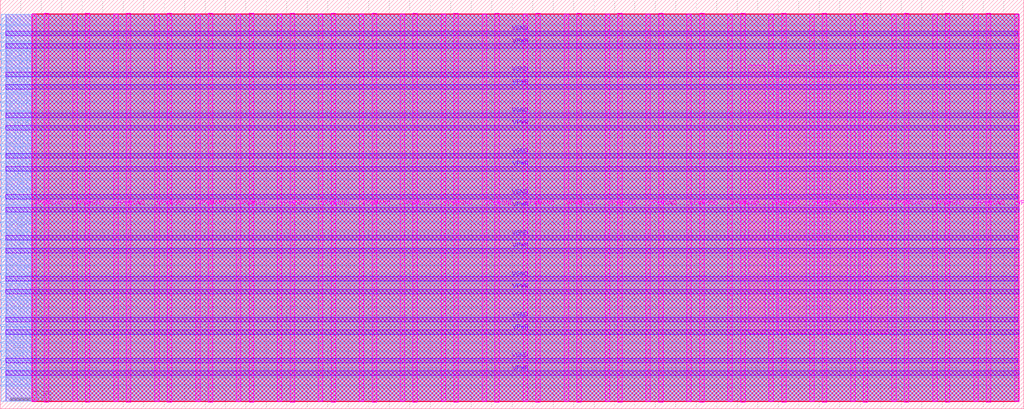
<source format=lef>
VERSION 5.7 ;
  NOWIREEXTENSIONATPIN ON ;
  DIVIDERCHAR "/" ;
  BUSBITCHARS "[]" ;
MACRO heichips25_pudding
  CLASS BLOCK ;
  FOREIGN heichips25_pudding ;
  ORIGIN 0.000 0.000 ;
  SIZE 500.000 BY 200.000 ;
  PIN VGND
    DIRECTION INOUT ;
    USE GROUND ;
    PORT
      LAYER TopMetal1 ;
        RECT 21.580 3.150 23.780 193.410 ;
    END
    PORT
      LAYER TopMetal1 ;
        RECT 41.580 3.150 43.780 193.410 ;
    END
    PORT
      LAYER TopMetal1 ;
        RECT 61.580 3.150 63.780 193.410 ;
    END
    PORT
      LAYER TopMetal1 ;
        RECT 81.580 3.150 83.780 193.410 ;
    END
    PORT
      LAYER TopMetal1 ;
        RECT 101.580 3.150 103.780 193.410 ;
    END
    PORT
      LAYER TopMetal1 ;
        RECT 121.580 3.150 123.780 193.410 ;
    END
    PORT
      LAYER TopMetal1 ;
        RECT 141.580 3.150 143.780 193.410 ;
    END
    PORT
      LAYER TopMetal1 ;
        RECT 161.580 3.150 163.780 193.410 ;
    END
    PORT
      LAYER TopMetal1 ;
        RECT 181.580 3.150 183.780 193.410 ;
    END
    PORT
      LAYER TopMetal1 ;
        RECT 201.580 3.150 203.780 193.410 ;
    END
    PORT
      LAYER TopMetal1 ;
        RECT 221.580 3.150 223.780 193.410 ;
    END
    PORT
      LAYER TopMetal1 ;
        RECT 241.580 3.150 243.780 193.410 ;
    END
    PORT
      LAYER TopMetal1 ;
        RECT 261.580 3.150 263.780 193.410 ;
    END
    PORT
      LAYER TopMetal1 ;
        RECT 281.580 3.150 283.780 193.410 ;
    END
    PORT
      LAYER TopMetal1 ;
        RECT 301.580 3.150 303.780 193.410 ;
    END
    PORT
      LAYER TopMetal1 ;
        RECT 321.580 3.150 323.780 193.410 ;
    END
    PORT
      LAYER TopMetal1 ;
        RECT 341.580 3.150 343.780 193.410 ;
    END
    PORT
      LAYER TopMetal1 ;
        RECT 361.580 3.150 363.780 193.410 ;
    END
    PORT
      LAYER TopMetal1 ;
        RECT 381.580 3.150 383.780 193.410 ;
    END
    PORT
      LAYER TopMetal1 ;
        RECT 401.580 3.150 403.780 193.410 ;
    END
    PORT
      LAYER TopMetal1 ;
        RECT 421.580 3.150 423.780 193.410 ;
    END
    PORT
      LAYER TopMetal1 ;
        RECT 441.580 3.150 443.780 193.410 ;
    END
    PORT
      LAYER TopMetal1 ;
        RECT 461.580 3.150 463.780 193.410 ;
    END
    PORT
      LAYER TopMetal1 ;
        RECT 481.580 3.150 483.780 193.410 ;
    END
    PORT
      LAYER TopMetal2 ;
        RECT 2.660 22.480 497.020 24.680 ;
    END
    PORT
      LAYER TopMetal2 ;
        RECT 2.660 42.480 497.020 44.680 ;
    END
    PORT
      LAYER TopMetal2 ;
        RECT 2.660 62.480 497.020 64.680 ;
    END
    PORT
      LAYER TopMetal2 ;
        RECT 2.660 82.480 497.020 84.680 ;
    END
    PORT
      LAYER TopMetal2 ;
        RECT 2.660 102.480 497.020 104.680 ;
    END
    PORT
      LAYER TopMetal2 ;
        RECT 2.660 122.480 497.020 124.680 ;
    END
    PORT
      LAYER TopMetal2 ;
        RECT 2.660 142.480 497.020 144.680 ;
    END
    PORT
      LAYER TopMetal2 ;
        RECT 2.660 162.480 497.020 164.680 ;
    END
    PORT
      LAYER TopMetal2 ;
        RECT 2.660 182.480 497.020 184.680 ;
    END
  END VGND
  PIN VPWR
    DIRECTION INOUT ;
    USE POWER ;
    PORT
      LAYER TopMetal1 ;
        RECT 15.380 3.560 17.580 193.000 ;
    END
    PORT
      LAYER TopMetal1 ;
        RECT 35.380 3.560 37.580 193.000 ;
    END
    PORT
      LAYER TopMetal1 ;
        RECT 55.380 3.560 57.580 193.000 ;
    END
    PORT
      LAYER TopMetal1 ;
        RECT 75.380 3.560 77.580 193.000 ;
    END
    PORT
      LAYER TopMetal1 ;
        RECT 95.380 3.560 97.580 193.000 ;
    END
    PORT
      LAYER TopMetal1 ;
        RECT 115.380 3.560 117.580 193.000 ;
    END
    PORT
      LAYER TopMetal1 ;
        RECT 135.380 3.560 137.580 193.000 ;
    END
    PORT
      LAYER TopMetal1 ;
        RECT 155.380 3.560 157.580 193.000 ;
    END
    PORT
      LAYER TopMetal1 ;
        RECT 175.380 3.560 177.580 193.000 ;
    END
    PORT
      LAYER TopMetal1 ;
        RECT 195.380 3.560 197.580 193.000 ;
    END
    PORT
      LAYER TopMetal1 ;
        RECT 215.380 3.560 217.580 193.000 ;
    END
    PORT
      LAYER TopMetal1 ;
        RECT 235.380 3.560 237.580 193.000 ;
    END
    PORT
      LAYER TopMetal1 ;
        RECT 255.380 3.560 257.580 193.000 ;
    END
    PORT
      LAYER TopMetal1 ;
        RECT 275.380 3.560 277.580 193.000 ;
    END
    PORT
      LAYER TopMetal1 ;
        RECT 295.380 3.560 297.580 193.000 ;
    END
    PORT
      LAYER TopMetal1 ;
        RECT 315.380 3.560 317.580 193.000 ;
    END
    PORT
      LAYER TopMetal1 ;
        RECT 335.380 3.560 337.580 193.000 ;
    END
    PORT
      LAYER TopMetal1 ;
        RECT 355.380 3.560 357.580 193.000 ;
    END
    PORT
      LAYER TopMetal1 ;
        RECT 375.380 3.560 377.580 193.000 ;
    END
    PORT
      LAYER TopMetal1 ;
        RECT 395.380 3.560 397.580 193.000 ;
    END
    PORT
      LAYER TopMetal1 ;
        RECT 415.380 3.560 417.580 193.000 ;
    END
    PORT
      LAYER TopMetal1 ;
        RECT 435.380 3.560 437.580 193.000 ;
    END
    PORT
      LAYER TopMetal1 ;
        RECT 455.380 3.560 457.580 193.000 ;
    END
    PORT
      LAYER TopMetal1 ;
        RECT 475.380 3.560 477.580 193.000 ;
    END
    PORT
      LAYER TopMetal1 ;
        RECT 495.380 3.560 497.580 193.000 ;
    END
    PORT
      LAYER TopMetal2 ;
        RECT 2.660 16.280 497.580 18.480 ;
    END
    PORT
      LAYER TopMetal2 ;
        RECT 2.660 36.280 497.580 38.480 ;
    END
    PORT
      LAYER TopMetal2 ;
        RECT 2.660 56.280 497.580 58.480 ;
    END
    PORT
      LAYER TopMetal2 ;
        RECT 2.660 76.280 497.580 78.480 ;
    END
    PORT
      LAYER TopMetal2 ;
        RECT 2.660 96.280 497.580 98.480 ;
    END
    PORT
      LAYER TopMetal2 ;
        RECT 2.660 116.280 497.580 118.480 ;
    END
    PORT
      LAYER TopMetal2 ;
        RECT 2.660 136.280 497.580 138.480 ;
    END
    PORT
      LAYER TopMetal2 ;
        RECT 2.660 156.280 497.580 158.480 ;
    END
    PORT
      LAYER TopMetal2 ;
        RECT 2.660 176.280 497.580 178.480 ;
    END
  END VPWR
  PIN clk
    DIRECTION INPUT ;
    USE SIGNAL ;
    PORT
      LAYER Metal3 ;
        RECT 0.000 183.340 0.400 183.740 ;
    END
  END clk
  PIN ena
    DIRECTION INPUT ;
    USE SIGNAL ;
    PORT
      LAYER Metal3 ;
        RECT 0.000 179.140 0.400 179.540 ;
    END
  END ena
  PIN rst_n
    DIRECTION INPUT ;
    USE SIGNAL ;
    PORT
      LAYER Metal3 ;
        RECT 0.000 187.540 0.400 187.940 ;
    END
  END rst_n
  PIN ui_in[0]
    DIRECTION INPUT ;
    USE SIGNAL ;
    ANTENNAGATEAREA 0.213200 ;
    PORT
      LAYER Metal3 ;
        RECT 0.000 111.940 0.400 112.340 ;
    END
  END ui_in[0]
  PIN ui_in[1]
    DIRECTION INPUT ;
    USE SIGNAL ;
    ANTENNAGATEAREA 0.213200 ;
    PORT
      LAYER Metal3 ;
        RECT 0.000 116.140 0.400 116.540 ;
    END
  END ui_in[1]
  PIN ui_in[2]
    DIRECTION INPUT ;
    USE SIGNAL ;
    ANTENNAGATEAREA 0.213200 ;
    PORT
      LAYER Metal3 ;
        RECT 0.000 120.340 0.400 120.740 ;
    END
  END ui_in[2]
  PIN ui_in[3]
    DIRECTION INPUT ;
    USE SIGNAL ;
    ANTENNAGATEAREA 0.213200 ;
    PORT
      LAYER Metal3 ;
        RECT 0.000 124.540 0.400 124.940 ;
    END
  END ui_in[3]
  PIN ui_in[4]
    DIRECTION INPUT ;
    USE SIGNAL ;
    PORT
      LAYER Metal3 ;
        RECT 0.000 128.740 0.400 129.140 ;
    END
  END ui_in[4]
  PIN ui_in[5]
    DIRECTION INPUT ;
    USE SIGNAL ;
    PORT
      LAYER Metal3 ;
        RECT 0.000 132.940 0.400 133.340 ;
    END
  END ui_in[5]
  PIN ui_in[6]
    DIRECTION INPUT ;
    USE SIGNAL ;
    PORT
      LAYER Metal3 ;
        RECT 0.000 137.140 0.400 137.540 ;
    END
  END ui_in[6]
  PIN ui_in[7]
    DIRECTION INPUT ;
    USE SIGNAL ;
    PORT
      LAYER Metal3 ;
        RECT 0.000 141.340 0.400 141.740 ;
    END
  END ui_in[7]
  PIN uio_in[0]
    DIRECTION INPUT ;
    USE SIGNAL ;
    PORT
      LAYER Metal3 ;
        RECT 0.000 145.540 0.400 145.940 ;
    END
  END uio_in[0]
  PIN uio_in[1]
    DIRECTION INPUT ;
    USE SIGNAL ;
    PORT
      LAYER Metal3 ;
        RECT 0.000 149.740 0.400 150.140 ;
    END
  END uio_in[1]
  PIN uio_in[2]
    DIRECTION INPUT ;
    USE SIGNAL ;
    PORT
      LAYER Metal3 ;
        RECT 0.000 153.940 0.400 154.340 ;
    END
  END uio_in[2]
  PIN uio_in[3]
    DIRECTION INPUT ;
    USE SIGNAL ;
    PORT
      LAYER Metal3 ;
        RECT 0.000 158.140 0.400 158.540 ;
    END
  END uio_in[3]
  PIN uio_in[4]
    DIRECTION INPUT ;
    USE SIGNAL ;
    PORT
      LAYER Metal3 ;
        RECT 0.000 162.340 0.400 162.740 ;
    END
  END uio_in[4]
  PIN uio_in[5]
    DIRECTION INPUT ;
    USE SIGNAL ;
    PORT
      LAYER Metal3 ;
        RECT 0.000 166.540 0.400 166.940 ;
    END
  END uio_in[5]
  PIN uio_in[6]
    DIRECTION INPUT ;
    USE SIGNAL ;
    PORT
      LAYER Metal3 ;
        RECT 0.000 170.740 0.400 171.140 ;
    END
  END uio_in[6]
  PIN uio_in[7]
    DIRECTION INPUT ;
    USE SIGNAL ;
    PORT
      LAYER Metal3 ;
        RECT 0.000 174.940 0.400 175.340 ;
    END
  END uio_in[7]
  PIN uio_oe[0]
    DIRECTION OUTPUT ;
    USE SIGNAL ;
    ANTENNADIFFAREA 0.392700 ;
    PORT
      LAYER Metal3 ;
        RECT 0.000 78.340 0.400 78.740 ;
    END
  END uio_oe[0]
  PIN uio_oe[1]
    DIRECTION OUTPUT ;
    USE SIGNAL ;
    ANTENNADIFFAREA 0.392700 ;
    PORT
      LAYER Metal3 ;
        RECT 0.000 82.540 0.400 82.940 ;
    END
  END uio_oe[1]
  PIN uio_oe[2]
    DIRECTION OUTPUT ;
    USE SIGNAL ;
    ANTENNADIFFAREA 0.392700 ;
    PORT
      LAYER Metal3 ;
        RECT 0.000 86.740 0.400 87.140 ;
    END
  END uio_oe[2]
  PIN uio_oe[3]
    DIRECTION OUTPUT ;
    USE SIGNAL ;
    ANTENNADIFFAREA 0.392700 ;
    PORT
      LAYER Metal3 ;
        RECT 0.000 90.940 0.400 91.340 ;
    END
  END uio_oe[3]
  PIN uio_oe[4]
    DIRECTION OUTPUT ;
    USE SIGNAL ;
    ANTENNADIFFAREA 0.392700 ;
    PORT
      LAYER Metal3 ;
        RECT 0.000 95.140 0.400 95.540 ;
    END
  END uio_oe[4]
  PIN uio_oe[5]
    DIRECTION OUTPUT ;
    USE SIGNAL ;
    ANTENNADIFFAREA 0.392700 ;
    PORT
      LAYER Metal3 ;
        RECT 0.000 99.340 0.400 99.740 ;
    END
  END uio_oe[5]
  PIN uio_oe[6]
    DIRECTION OUTPUT ;
    USE SIGNAL ;
    ANTENNADIFFAREA 0.392700 ;
    PORT
      LAYER Metal3 ;
        RECT 0.000 103.540 0.400 103.940 ;
    END
  END uio_oe[6]
  PIN uio_oe[7]
    DIRECTION OUTPUT ;
    USE SIGNAL ;
    ANTENNADIFFAREA 0.392700 ;
    PORT
      LAYER Metal3 ;
        RECT 0.000 107.740 0.400 108.140 ;
    END
  END uio_oe[7]
  PIN uio_out[0]
    DIRECTION OUTPUT ;
    USE SIGNAL ;
    ANTENNADIFFAREA 0.708600 ;
    PORT
      LAYER Metal3 ;
        RECT 0.000 44.740 0.400 45.140 ;
    END
  END uio_out[0]
  PIN uio_out[1]
    DIRECTION OUTPUT ;
    USE SIGNAL ;
    ANTENNADIFFAREA 0.708600 ;
    PORT
      LAYER Metal3 ;
        RECT 0.000 48.940 0.400 49.340 ;
    END
  END uio_out[1]
  PIN uio_out[2]
    DIRECTION OUTPUT ;
    USE SIGNAL ;
    ANTENNADIFFAREA 0.708600 ;
    PORT
      LAYER Metal3 ;
        RECT 0.000 53.140 0.400 53.540 ;
    END
  END uio_out[2]
  PIN uio_out[3]
    DIRECTION OUTPUT ;
    USE SIGNAL ;
    ANTENNADIFFAREA 0.708600 ;
    PORT
      LAYER Metal3 ;
        RECT 0.000 57.340 0.400 57.740 ;
    END
  END uio_out[3]
  PIN uio_out[4]
    DIRECTION OUTPUT ;
    USE SIGNAL ;
    ANTENNADIFFAREA 0.708600 ;
    PORT
      LAYER Metal3 ;
        RECT 0.000 61.540 0.400 61.940 ;
    END
  END uio_out[4]
  PIN uio_out[5]
    DIRECTION OUTPUT ;
    USE SIGNAL ;
    ANTENNADIFFAREA 0.708600 ;
    PORT
      LAYER Metal3 ;
        RECT 0.000 65.740 0.400 66.140 ;
    END
  END uio_out[5]
  PIN uio_out[6]
    DIRECTION OUTPUT ;
    USE SIGNAL ;
    ANTENNADIFFAREA 0.708600 ;
    PORT
      LAYER Metal3 ;
        RECT 0.000 69.940 0.400 70.340 ;
    END
  END uio_out[6]
  PIN uio_out[7]
    DIRECTION OUTPUT ;
    USE SIGNAL ;
    ANTENNADIFFAREA 0.708600 ;
    PORT
      LAYER Metal3 ;
        RECT 0.000 74.140 0.400 74.540 ;
    END
  END uio_out[7]
  PIN uo_out[0]
    DIRECTION OUTPUT ;
    USE SIGNAL ;
    ANTENNADIFFAREA 0.708600 ;
    PORT
      LAYER Metal3 ;
        RECT 0.000 11.140 0.400 11.540 ;
    END
  END uo_out[0]
  PIN uo_out[1]
    DIRECTION OUTPUT ;
    USE SIGNAL ;
    ANTENNADIFFAREA 0.708600 ;
    PORT
      LAYER Metal3 ;
        RECT 0.000 15.340 0.400 15.740 ;
    END
  END uo_out[1]
  PIN uo_out[2]
    DIRECTION OUTPUT ;
    USE SIGNAL ;
    ANTENNADIFFAREA 0.708600 ;
    PORT
      LAYER Metal3 ;
        RECT 0.000 19.540 0.400 19.940 ;
    END
  END uo_out[2]
  PIN uo_out[3]
    DIRECTION OUTPUT ;
    USE SIGNAL ;
    ANTENNADIFFAREA 0.708600 ;
    PORT
      LAYER Metal3 ;
        RECT 0.000 23.740 0.400 24.140 ;
    END
  END uo_out[3]
  PIN uo_out[4]
    DIRECTION OUTPUT ;
    USE SIGNAL ;
    ANTENNADIFFAREA 0.708600 ;
    PORT
      LAYER Metal3 ;
        RECT 0.000 27.940 0.400 28.340 ;
    END
  END uo_out[4]
  PIN uo_out[5]
    DIRECTION OUTPUT ;
    USE SIGNAL ;
    ANTENNADIFFAREA 0.708600 ;
    PORT
      LAYER Metal3 ;
        RECT 0.000 32.140 0.400 32.540 ;
    END
  END uo_out[5]
  PIN uo_out[6]
    DIRECTION OUTPUT ;
    USE SIGNAL ;
    ANTENNADIFFAREA 0.708600 ;
    PORT
      LAYER Metal3 ;
        RECT 0.000 36.340 0.400 36.740 ;
    END
  END uo_out[6]
  PIN uo_out[7]
    DIRECTION OUTPUT ;
    USE SIGNAL ;
    ANTENNADIFFAREA 0.708600 ;
    PORT
      LAYER Metal3 ;
        RECT 0.000 40.540 0.400 40.940 ;
    END
  END uo_out[7]
  OBS
      LAYER GatPoly ;
        RECT 2.880 3.630 496.800 192.930 ;
      LAYER Metal1 ;
        RECT 2.880 3.560 497.580 193.000 ;
      LAYER Metal2 ;
        RECT 2.775 3.635 497.400 192.925 ;
      LAYER Metal3 ;
        RECT 0.400 188.150 497.445 192.880 ;
        RECT 0.610 187.330 497.445 188.150 ;
        RECT 0.400 183.950 497.445 187.330 ;
        RECT 0.610 183.130 497.445 183.950 ;
        RECT 0.400 179.750 497.445 183.130 ;
        RECT 0.610 178.930 497.445 179.750 ;
        RECT 0.400 175.550 497.445 178.930 ;
        RECT 0.610 174.730 497.445 175.550 ;
        RECT 0.400 171.350 497.445 174.730 ;
        RECT 0.610 170.530 497.445 171.350 ;
        RECT 0.400 167.150 497.445 170.530 ;
        RECT 0.610 166.330 497.445 167.150 ;
        RECT 0.400 162.950 497.445 166.330 ;
        RECT 0.610 162.130 497.445 162.950 ;
        RECT 0.400 158.750 497.445 162.130 ;
        RECT 0.610 157.930 497.445 158.750 ;
        RECT 0.400 154.550 497.445 157.930 ;
        RECT 0.610 153.730 497.445 154.550 ;
        RECT 0.400 150.350 497.445 153.730 ;
        RECT 0.610 149.530 497.445 150.350 ;
        RECT 0.400 146.150 497.445 149.530 ;
        RECT 0.610 145.330 497.445 146.150 ;
        RECT 0.400 141.950 497.445 145.330 ;
        RECT 0.610 141.130 497.445 141.950 ;
        RECT 0.400 137.750 497.445 141.130 ;
        RECT 0.610 136.930 497.445 137.750 ;
        RECT 0.400 133.550 497.445 136.930 ;
        RECT 0.610 132.730 497.445 133.550 ;
        RECT 0.400 129.350 497.445 132.730 ;
        RECT 0.610 128.530 497.445 129.350 ;
        RECT 0.400 125.150 497.445 128.530 ;
        RECT 0.610 124.330 497.445 125.150 ;
        RECT 0.400 120.950 497.445 124.330 ;
        RECT 0.610 120.130 497.445 120.950 ;
        RECT 0.400 116.750 497.445 120.130 ;
        RECT 0.610 115.930 497.445 116.750 ;
        RECT 0.400 112.550 497.445 115.930 ;
        RECT 0.610 111.730 497.445 112.550 ;
        RECT 0.400 108.350 497.445 111.730 ;
        RECT 0.610 107.530 497.445 108.350 ;
        RECT 0.400 104.150 497.445 107.530 ;
        RECT 0.610 103.330 497.445 104.150 ;
        RECT 0.400 99.950 497.445 103.330 ;
        RECT 0.610 99.130 497.445 99.950 ;
        RECT 0.400 95.750 497.445 99.130 ;
        RECT 0.610 94.930 497.445 95.750 ;
        RECT 0.400 91.550 497.445 94.930 ;
        RECT 0.610 90.730 497.445 91.550 ;
        RECT 0.400 87.350 497.445 90.730 ;
        RECT 0.610 86.530 497.445 87.350 ;
        RECT 0.400 83.150 497.445 86.530 ;
        RECT 0.610 82.330 497.445 83.150 ;
        RECT 0.400 78.950 497.445 82.330 ;
        RECT 0.610 78.130 497.445 78.950 ;
        RECT 0.400 74.750 497.445 78.130 ;
        RECT 0.610 73.930 497.445 74.750 ;
        RECT 0.400 70.550 497.445 73.930 ;
        RECT 0.610 69.730 497.445 70.550 ;
        RECT 0.400 66.350 497.445 69.730 ;
        RECT 0.610 65.530 497.445 66.350 ;
        RECT 0.400 62.150 497.445 65.530 ;
        RECT 0.610 61.330 497.445 62.150 ;
        RECT 0.400 57.950 497.445 61.330 ;
        RECT 0.610 57.130 497.445 57.950 ;
        RECT 0.400 53.750 497.445 57.130 ;
        RECT 0.610 52.930 497.445 53.750 ;
        RECT 0.400 49.550 497.445 52.930 ;
        RECT 0.610 48.730 497.445 49.550 ;
        RECT 0.400 45.350 497.445 48.730 ;
        RECT 0.610 44.530 497.445 45.350 ;
        RECT 0.400 41.150 497.445 44.530 ;
        RECT 0.610 40.330 497.445 41.150 ;
        RECT 0.400 36.950 497.445 40.330 ;
        RECT 0.610 36.130 497.445 36.950 ;
        RECT 0.400 32.750 497.445 36.130 ;
        RECT 0.610 31.930 497.445 32.750 ;
        RECT 0.400 28.550 497.445 31.930 ;
        RECT 0.610 27.730 497.445 28.550 ;
        RECT 0.400 24.350 497.445 27.730 ;
        RECT 0.610 23.530 497.445 24.350 ;
        RECT 0.400 20.150 497.445 23.530 ;
        RECT 0.610 19.330 497.445 20.150 ;
        RECT 0.400 15.950 497.445 19.330 ;
        RECT 0.610 15.130 497.445 15.950 ;
        RECT 0.400 11.750 497.445 15.130 ;
        RECT 0.610 10.930 497.445 11.750 ;
        RECT 0.400 3.680 497.445 10.930 ;
      LAYER Metal4 ;
        RECT 15.560 3.635 497.400 192.925 ;
      LAYER Metal5 ;
        RECT 15.515 3.470 497.445 193.090 ;
      LAYER TopMetal1 ;
        RECT 365.620 36.560 373.740 167.980 ;
        RECT 379.220 36.560 379.940 167.980 ;
        RECT 385.420 36.560 393.740 167.980 ;
        RECT 399.220 36.560 399.940 167.980 ;
        RECT 405.420 36.560 413.740 167.980 ;
        RECT 419.220 36.560 419.940 167.980 ;
        RECT 425.420 36.560 433.380 167.980 ;
  END
END heichips25_pudding
END LIBRARY


</source>
